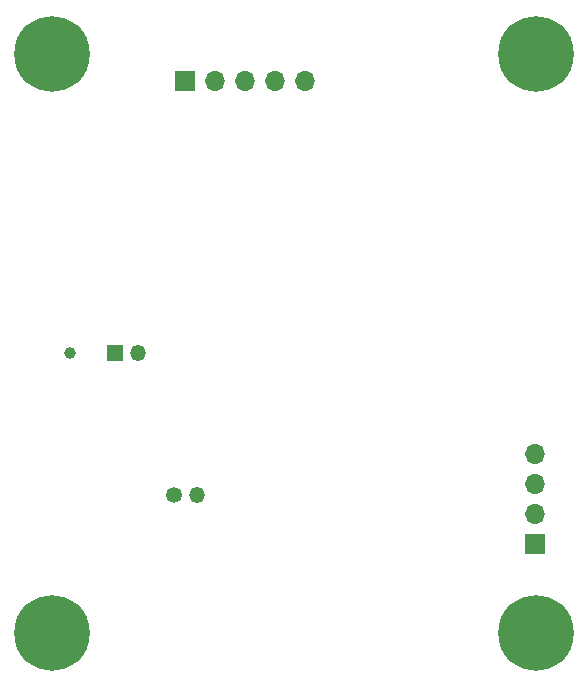
<source format=gbr>
%TF.GenerationSoftware,KiCad,Pcbnew,7.0.2-0*%
%TF.CreationDate,2025-01-08T13:19:12-05:00*%
%TF.ProjectId,plaqchek_sipm_sens,706c6171-6368-4656-9b5f-7369706d5f73,rev?*%
%TF.SameCoordinates,Original*%
%TF.FileFunction,Soldermask,Bot*%
%TF.FilePolarity,Negative*%
%FSLAX46Y46*%
G04 Gerber Fmt 4.6, Leading zero omitted, Abs format (unit mm)*
G04 Created by KiCad (PCBNEW 7.0.2-0) date 2025-01-08 13:19:12*
%MOMM*%
%LPD*%
G01*
G04 APERTURE LIST*
%ADD10C,6.400000*%
%ADD11R,1.700000X1.700000*%
%ADD12O,1.700000X1.700000*%
%ADD13C,1.000000*%
%ADD14R,1.350000X1.350000*%
%ADD15O,1.350000X1.350000*%
%ADD16C,1.350000*%
G04 APERTURE END LIST*
D10*
%TO.C,H3*%
X156000000Y-111000000D03*
%TD*%
%TO.C,H2*%
X197000000Y-62000000D03*
%TD*%
%TO.C,H1*%
X156000000Y-62000000D03*
%TD*%
D11*
%TO.C,J2*%
X196950000Y-103505000D03*
D12*
X196950000Y-100965000D03*
X196950000Y-98425000D03*
X196950000Y-95885000D03*
%TD*%
D11*
%TO.C,J3*%
X167296000Y-64300000D03*
D12*
X169836000Y-64300000D03*
X172376000Y-64300000D03*
X174916000Y-64300000D03*
X177456000Y-64300000D03*
%TD*%
D10*
%TO.C,H4*%
X197000000Y-111000000D03*
%TD*%
D13*
%TO.C,TP18*%
X157560000Y-87340000D03*
%TD*%
D14*
%TO.C,U10*%
X161327000Y-87303000D03*
D15*
X163327000Y-87303000D03*
D16*
X166327000Y-99303000D03*
D15*
X168327000Y-99303000D03*
%TD*%
M02*

</source>
